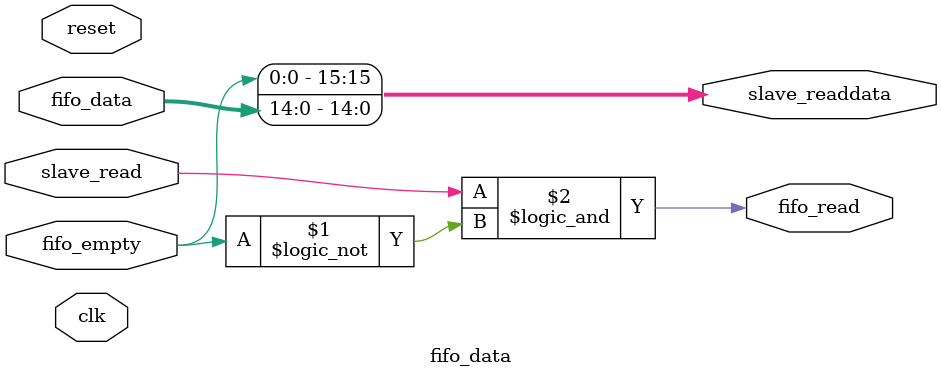
<source format=v>

`timescale 1ns / 100ps
// synthesis translate_on

module fifo_data
(
	input clk,
	input reset,

	// avalon slave
	input        slave_read,
	output [15:0]slave_readdata,

	// external signals
	input       fifo_empty,
	output      fifo_read,
	input [14:0]fifo_data
);

	assign slave_readdata = { fifo_empty, fifo_data };
	assign fifo_read = slave_read && !fifo_empty;

endmodule

</source>
